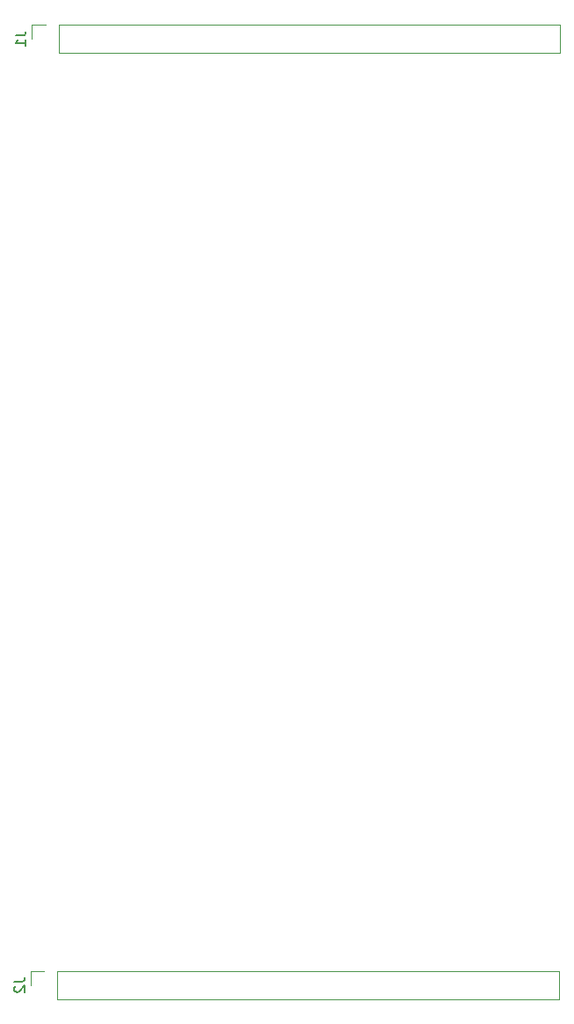
<source format=gbr>
%TF.GenerationSoftware,KiCad,Pcbnew,(5.1.12)-1*%
%TF.CreationDate,2024-04-15T13:26:30-04:00*%
%TF.ProjectId,QO100_TX,514f3130-305f-4545-982e-6b696361645f,rev?*%
%TF.SameCoordinates,Original*%
%TF.FileFunction,Legend,Bot*%
%TF.FilePolarity,Positive*%
%FSLAX46Y46*%
G04 Gerber Fmt 4.6, Leading zero omitted, Abs format (unit mm)*
G04 Created by KiCad (PCBNEW (5.1.12)-1) date 2024-04-15 13:26:30*
%MOMM*%
%LPD*%
G01*
G04 APERTURE LIST*
%ADD10C,0.120000*%
%ADD11C,0.150000*%
G04 APERTURE END LIST*
D10*
%TO.C,J2*%
X128590000Y-220670000D02*
X128590000Y-223330000D01*
X80270000Y-220670000D02*
X128590000Y-220670000D01*
X80270000Y-223330000D02*
X128590000Y-223330000D01*
X80270000Y-220670000D02*
X80270000Y-223330000D01*
X79000000Y-220670000D02*
X77670000Y-220670000D01*
X77670000Y-220670000D02*
X77670000Y-222000000D01*
%TO.C,J1*%
X128690000Y-129670000D02*
X128690000Y-132330000D01*
X80370000Y-129670000D02*
X128690000Y-129670000D01*
X80370000Y-132330000D02*
X128690000Y-132330000D01*
X80370000Y-129670000D02*
X80370000Y-132330000D01*
X79100000Y-129670000D02*
X77770000Y-129670000D01*
X77770000Y-129670000D02*
X77770000Y-131000000D01*
%TO.C,J2*%
D11*
X76122380Y-221666666D02*
X76836666Y-221666666D01*
X76979523Y-221619047D01*
X77074761Y-221523809D01*
X77122380Y-221380952D01*
X77122380Y-221285714D01*
X76217619Y-222095238D02*
X76170000Y-222142857D01*
X76122380Y-222238095D01*
X76122380Y-222476190D01*
X76170000Y-222571428D01*
X76217619Y-222619047D01*
X76312857Y-222666666D01*
X76408095Y-222666666D01*
X76550952Y-222619047D01*
X77122380Y-222047619D01*
X77122380Y-222666666D01*
%TO.C,J1*%
X76222380Y-130666666D02*
X76936666Y-130666666D01*
X77079523Y-130619047D01*
X77174761Y-130523809D01*
X77222380Y-130380952D01*
X77222380Y-130285714D01*
X77222380Y-131666666D02*
X77222380Y-131095238D01*
X77222380Y-131380952D02*
X76222380Y-131380952D01*
X76365238Y-131285714D01*
X76460476Y-131190476D01*
X76508095Y-131095238D01*
%TD*%
M02*

</source>
